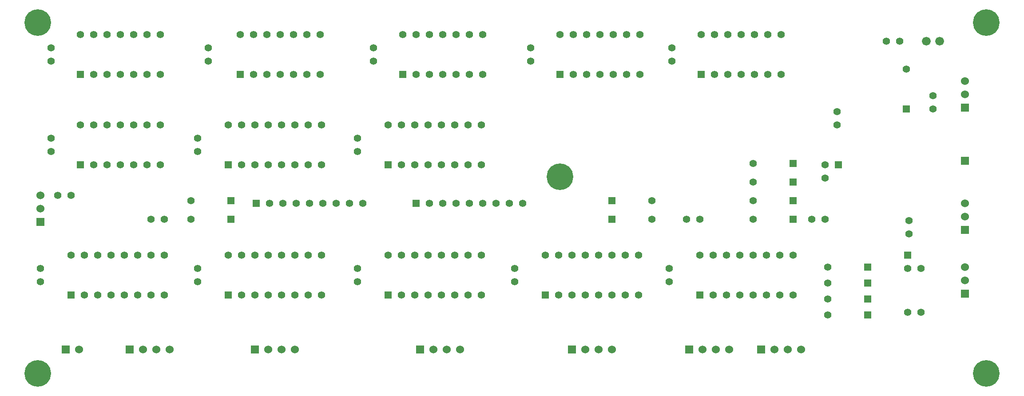
<source format=gbs>
G04 (created by PCBNEW (2013-jul-07)-stable) date Sat 24 Nov 2018 12:45:13 PM EST*
%MOIN*%
G04 Gerber Fmt 3.4, Leading zero omitted, Abs format*
%FSLAX34Y34*%
G01*
G70*
G90*
G04 APERTURE LIST*
%ADD10C,0.00590551*%
%ADD11C,0.2*%
%ADD12R,0.055X0.055*%
%ADD13C,0.055*%
%ADD14R,0.06X0.06*%
%ADD15C,0.06*%
%ADD16C,0.066*%
G04 APERTURE END LIST*
G54D10*
G54D11*
X58400Y-40800D03*
X19200Y-29200D03*
X19200Y-55600D03*
X90400Y-55600D03*
G54D12*
X84500Y-46700D03*
G54D13*
X84500Y-47700D03*
X85500Y-47700D03*
G54D12*
X79300Y-39900D03*
G54D13*
X78300Y-39900D03*
X78300Y-40900D03*
G54D12*
X35600Y-42800D03*
G54D13*
X36600Y-42800D03*
X37600Y-42800D03*
X38600Y-42800D03*
X39600Y-42800D03*
X40600Y-42800D03*
X41600Y-42800D03*
X42600Y-42800D03*
X43600Y-42800D03*
G54D12*
X47600Y-42800D03*
G54D13*
X48600Y-42800D03*
X49600Y-42800D03*
X50600Y-42800D03*
X51600Y-42800D03*
X52600Y-42800D03*
X53600Y-42800D03*
X54600Y-42800D03*
X55600Y-42800D03*
X68900Y-44000D03*
X67900Y-44000D03*
X83900Y-30600D03*
X82900Y-30600D03*
X85500Y-51000D03*
X84500Y-51000D03*
X84600Y-45100D03*
X84600Y-44100D03*
X21700Y-42200D03*
X20700Y-42200D03*
X79200Y-36900D03*
X79200Y-35900D03*
X27700Y-44000D03*
X28700Y-44000D03*
X78300Y-44000D03*
X77300Y-44000D03*
G54D14*
X26100Y-53800D03*
G54D15*
X27100Y-53800D03*
X28100Y-53800D03*
X29100Y-53800D03*
G54D14*
X59300Y-53800D03*
G54D15*
X60300Y-53800D03*
X61300Y-53800D03*
X62300Y-53800D03*
G54D14*
X47900Y-53800D03*
G54D15*
X48900Y-53800D03*
X49900Y-53800D03*
X50900Y-53800D03*
G54D14*
X35500Y-53800D03*
G54D15*
X36500Y-53800D03*
X37500Y-53800D03*
X38500Y-53800D03*
G54D14*
X73500Y-53800D03*
G54D15*
X74500Y-53800D03*
X75500Y-53800D03*
X76500Y-53800D03*
G54D14*
X68100Y-53800D03*
G54D15*
X69100Y-53800D03*
X70100Y-53800D03*
X71100Y-53800D03*
G54D14*
X88800Y-49600D03*
G54D15*
X88800Y-48600D03*
X88800Y-47600D03*
G54D14*
X88800Y-35600D03*
G54D15*
X88800Y-34600D03*
X88800Y-33600D03*
G54D14*
X88800Y-44800D03*
G54D15*
X88800Y-43800D03*
X88800Y-42800D03*
G54D14*
X19400Y-44200D03*
G54D15*
X19400Y-43200D03*
X19400Y-42200D03*
G54D14*
X21300Y-53800D03*
G54D15*
X22300Y-53800D03*
G54D14*
X88800Y-39600D03*
G54D16*
X85900Y-30600D03*
X86900Y-30600D03*
G54D12*
X21700Y-49700D03*
G54D13*
X22700Y-49700D03*
X23700Y-49700D03*
X24700Y-49700D03*
X25700Y-49700D03*
X26700Y-49700D03*
X27700Y-49700D03*
X28700Y-49700D03*
X28700Y-46700D03*
X27700Y-46700D03*
X26700Y-46700D03*
X25700Y-46700D03*
X24700Y-46700D03*
X23700Y-46700D03*
X22700Y-46700D03*
X21700Y-46700D03*
G54D12*
X45500Y-49700D03*
G54D13*
X46500Y-49700D03*
X47500Y-49700D03*
X48500Y-49700D03*
X49500Y-49700D03*
X50500Y-49700D03*
X51500Y-49700D03*
X52500Y-49700D03*
X52500Y-46700D03*
X51500Y-46700D03*
X50500Y-46700D03*
X49500Y-46700D03*
X48500Y-46700D03*
X47500Y-46700D03*
X46500Y-46700D03*
X45500Y-46700D03*
G54D12*
X57300Y-49700D03*
G54D13*
X58300Y-49700D03*
X59300Y-49700D03*
X60300Y-49700D03*
X61300Y-49700D03*
X62300Y-49700D03*
X63300Y-49700D03*
X64300Y-49700D03*
X64300Y-46700D03*
X63300Y-46700D03*
X62300Y-46700D03*
X61300Y-46700D03*
X60300Y-46700D03*
X59300Y-46700D03*
X58300Y-46700D03*
X57300Y-46700D03*
G54D12*
X33500Y-49700D03*
G54D13*
X34500Y-49700D03*
X35500Y-49700D03*
X36500Y-49700D03*
X37500Y-49700D03*
X38500Y-49700D03*
X39500Y-49700D03*
X40500Y-49700D03*
X40500Y-46700D03*
X39500Y-46700D03*
X38500Y-46700D03*
X37500Y-46700D03*
X36500Y-46700D03*
X35500Y-46700D03*
X34500Y-46700D03*
X33500Y-46700D03*
G54D12*
X33500Y-39900D03*
G54D13*
X34500Y-39900D03*
X35500Y-39900D03*
X36500Y-39900D03*
X37500Y-39900D03*
X38500Y-39900D03*
X39500Y-39900D03*
X40500Y-39900D03*
X40500Y-36900D03*
X39500Y-36900D03*
X38500Y-36900D03*
X37500Y-36900D03*
X36500Y-36900D03*
X35500Y-36900D03*
X34500Y-36900D03*
X33500Y-36900D03*
G54D12*
X45500Y-39900D03*
G54D13*
X46500Y-39900D03*
X47500Y-39900D03*
X48500Y-39900D03*
X49500Y-39900D03*
X50500Y-39900D03*
X51500Y-39900D03*
X52500Y-39900D03*
X52500Y-36900D03*
X51500Y-36900D03*
X50500Y-36900D03*
X49500Y-36900D03*
X48500Y-36900D03*
X47500Y-36900D03*
X46500Y-36900D03*
X45500Y-36900D03*
G54D12*
X68900Y-49700D03*
G54D13*
X69900Y-49700D03*
X70900Y-49700D03*
X71900Y-49700D03*
X72900Y-49700D03*
X73900Y-49700D03*
X74900Y-49700D03*
X75900Y-49700D03*
X75900Y-46700D03*
X74900Y-46700D03*
X73900Y-46700D03*
X72900Y-46700D03*
X71900Y-46700D03*
X70900Y-46700D03*
X69900Y-46700D03*
X68900Y-46700D03*
G54D12*
X46600Y-33100D03*
G54D13*
X47600Y-33100D03*
X48600Y-33100D03*
X49600Y-33100D03*
X50600Y-33100D03*
X51600Y-33100D03*
X52600Y-33100D03*
X52600Y-30100D03*
X51600Y-30100D03*
X50600Y-30100D03*
X49600Y-30100D03*
X48600Y-30100D03*
X47600Y-30100D03*
X46600Y-30100D03*
G54D12*
X58400Y-33100D03*
G54D13*
X59400Y-33100D03*
X60400Y-33100D03*
X61400Y-33100D03*
X62400Y-33100D03*
X63400Y-33100D03*
X64400Y-33100D03*
X64400Y-30100D03*
X63400Y-30100D03*
X62400Y-30100D03*
X61400Y-30100D03*
X60400Y-30100D03*
X59400Y-30100D03*
X58400Y-30100D03*
G54D12*
X22400Y-33100D03*
G54D13*
X23400Y-33100D03*
X24400Y-33100D03*
X25400Y-33100D03*
X26400Y-33100D03*
X27400Y-33100D03*
X28400Y-33100D03*
X28400Y-30100D03*
X27400Y-30100D03*
X26400Y-30100D03*
X25400Y-30100D03*
X24400Y-30100D03*
X23400Y-30100D03*
X22400Y-30100D03*
G54D12*
X22400Y-39900D03*
G54D13*
X23400Y-39900D03*
X24400Y-39900D03*
X25400Y-39900D03*
X26400Y-39900D03*
X27400Y-39900D03*
X28400Y-39900D03*
X28400Y-36900D03*
X27400Y-36900D03*
X26400Y-36900D03*
X25400Y-36900D03*
X24400Y-36900D03*
X23400Y-36900D03*
X22400Y-36900D03*
G54D12*
X69000Y-33100D03*
G54D13*
X70000Y-33100D03*
X71000Y-33100D03*
X72000Y-33100D03*
X73000Y-33100D03*
X74000Y-33100D03*
X75000Y-33100D03*
X75000Y-30100D03*
X74000Y-30100D03*
X73000Y-30100D03*
X72000Y-30100D03*
X71000Y-30100D03*
X70000Y-30100D03*
X69000Y-30100D03*
G54D12*
X34400Y-33100D03*
G54D13*
X35400Y-33100D03*
X36400Y-33100D03*
X37400Y-33100D03*
X38400Y-33100D03*
X39400Y-33100D03*
X40400Y-33100D03*
X40400Y-30100D03*
X39400Y-30100D03*
X38400Y-30100D03*
X37400Y-30100D03*
X36400Y-30100D03*
X35400Y-30100D03*
X34400Y-30100D03*
G54D12*
X81500Y-48800D03*
G54D13*
X78500Y-48800D03*
G54D12*
X81500Y-50000D03*
G54D13*
X78500Y-50000D03*
G54D12*
X62300Y-44000D03*
G54D13*
X65300Y-44000D03*
G54D12*
X75900Y-39800D03*
G54D13*
X72900Y-39800D03*
G54D12*
X75900Y-41200D03*
G54D13*
X72900Y-41200D03*
G54D12*
X62300Y-42600D03*
G54D13*
X65300Y-42600D03*
G54D12*
X75900Y-44000D03*
G54D13*
X72900Y-44000D03*
G54D12*
X75900Y-42600D03*
G54D13*
X72900Y-42600D03*
G54D12*
X81500Y-51200D03*
G54D13*
X78500Y-51200D03*
G54D12*
X81500Y-47600D03*
G54D13*
X78500Y-47600D03*
G54D12*
X33700Y-44000D03*
G54D13*
X30700Y-44000D03*
G54D12*
X84400Y-35700D03*
G54D13*
X84400Y-32700D03*
G54D12*
X33700Y-42600D03*
G54D13*
X30700Y-42600D03*
X32000Y-31100D03*
X32000Y-32100D03*
X66600Y-47700D03*
X66600Y-48700D03*
X55000Y-47700D03*
X55000Y-48700D03*
X56200Y-31100D03*
X56200Y-32100D03*
X20200Y-31100D03*
X20200Y-32100D03*
X19400Y-47700D03*
X19400Y-48700D03*
X43200Y-37900D03*
X43200Y-38900D03*
X66800Y-31100D03*
X66800Y-32100D03*
X44400Y-31100D03*
X44400Y-32100D03*
X86400Y-35700D03*
X86400Y-34700D03*
X31200Y-47700D03*
X31200Y-48700D03*
X43200Y-47700D03*
X43200Y-48700D03*
X31200Y-37900D03*
X31200Y-38900D03*
X20200Y-37900D03*
X20200Y-38900D03*
G54D11*
X90400Y-29200D03*
M02*

</source>
